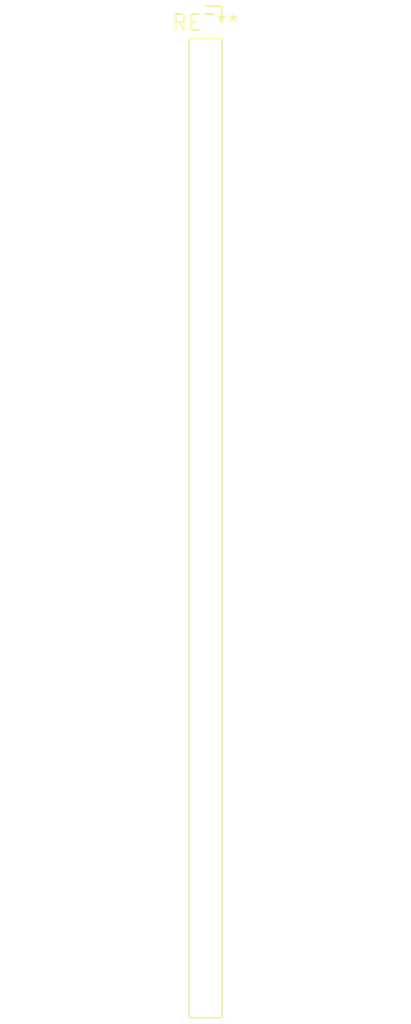
<source format=kicad_pcb>
(kicad_pcb (version 20240108) (generator pcbnew)
  (layers (0 "F.Cu" signal) (31 "B.Cu" signal) (34 "B.Paste" user) (35 "F.Paste" user) (36 "B.SilkS" user "B.Silkscreen") (37 "F.SilkS" user "F.Silkscreen") (38 "B.Mask" user) (39 "F.Mask" user) (44 "Edge.Cuts" user))
  (net 0 "")
  (footprint "PinSocket_1x32_P2.54mm_Vertical" (layer "F.Cu") (at 0 0)
    (property "Reference" "REF**")
    (property "Value" "PinSocket_1x32_P2.54mm_Vertical")
    (fp_line (start -1.33 1.27) (end -1.33 80.07) (layer "F.SilkS") (stroke (width 0.12)))
    (fp_line (start -1.33 1.27) (end 1.33 1.27) (layer "F.SilkS") (stroke (width 0.12)))
    (fp_line (start -1.33 80.07) (end 1.33 80.07) (layer "F.SilkS") (stroke (width 0.12)))
    (fp_line (start 0 -1.33) (end 1.33 -1.33) (layer "F.SilkS") (stroke (width 0.12)))
    (fp_line (start 1.33 -1.33) (end 1.33 0) (layer "F.SilkS") (stroke (width 0.12)))
    (fp_line (start 1.33 1.27) (end 1.33 80.07) (layer "F.SilkS") (stroke (width 0.12)))
    (pad "1" thru_hole rect (at 0 0) (size 1.7 1.7) (drill 1) (layers *.Cu *.Mask) (remove_unused_layers))
    (pad "2" thru_hole oval (at 0 2.54) (size 1.7 1.7) (drill 1) (layers *.Cu *.Mask) (remove_unused_layers))
    (pad "3" thru_hole oval (at 0 5.08) (size 1.7 1.7) (drill 1) (layers *.Cu *.Mask) (remove_unused_layers))
    (pad "4" thru_hole oval (at 0 7.62) (size 1.7 1.7) (drill 1) (layers *.Cu *.Mask) (remove_unused_layers))
    (pad "5" thru_hole oval (at 0 10.16) (size 1.7 1.7) (drill 1) (layers *.Cu *.Mask) (remove_unused_layers))
    (pad "6" thru_hole oval (at 0 12.7) (size 1.7 1.7) (drill 1) (layers *.Cu *.Mask) (remove_unused_layers))
    (pad "7" thru_hole oval (at 0 15.24) (size 1.7 1.7) (drill 1) (layers *.Cu *.Mask) (remove_unused_layers))
    (pad "8" thru_hole oval (at 0 17.78) (size 1.7 1.7) (drill 1) (layers *.Cu *.Mask) (remove_unused_layers))
    (pad "9" thru_hole oval (at 0 20.32) (size 1.7 1.7) (drill 1) (layers *.Cu *.Mask) (remove_unused_layers))
    (pad "10" thru_hole oval (at 0 22.86) (size 1.7 1.7) (drill 1) (layers *.Cu *.Mask) (remove_unused_layers))
    (pad "11" thru_hole oval (at 0 25.4) (size 1.7 1.7) (drill 1) (layers *.Cu *.Mask) (remove_unused_layers))
    (pad "12" thru_hole oval (at 0 27.94) (size 1.7 1.7) (drill 1) (layers *.Cu *.Mask) (remove_unused_layers))
    (pad "13" thru_hole oval (at 0 30.48) (size 1.7 1.7) (drill 1) (layers *.Cu *.Mask) (remove_unused_layers))
    (pad "14" thru_hole oval (at 0 33.02) (size 1.7 1.7) (drill 1) (layers *.Cu *.Mask) (remove_unused_layers))
    (pad "15" thru_hole oval (at 0 35.56) (size 1.7 1.7) (drill 1) (layers *.Cu *.Mask) (remove_unused_layers))
    (pad "16" thru_hole oval (at 0 38.1) (size 1.7 1.7) (drill 1) (layers *.Cu *.Mask) (remove_unused_layers))
    (pad "17" thru_hole oval (at 0 40.64) (size 1.7 1.7) (drill 1) (layers *.Cu *.Mask) (remove_unused_layers))
    (pad "18" thru_hole oval (at 0 43.18) (size 1.7 1.7) (drill 1) (layers *.Cu *.Mask) (remove_unused_layers))
    (pad "19" thru_hole oval (at 0 45.72) (size 1.7 1.7) (drill 1) (layers *.Cu *.Mask) (remove_unused_layers))
    (pad "20" thru_hole oval (at 0 48.26) (size 1.7 1.7) (drill 1) (layers *.Cu *.Mask) (remove_unused_layers))
    (pad "21" thru_hole oval (at 0 50.8) (size 1.7 1.7) (drill 1) (layers *.Cu *.Mask) (remove_unused_layers))
    (pad "22" thru_hole oval (at 0 53.34) (size 1.7 1.7) (drill 1) (layers *.Cu *.Mask) (remove_unused_layers))
    (pad "23" thru_hole oval (at 0 55.88) (size 1.7 1.7) (drill 1) (layers *.Cu *.Mask) (remove_unused_layers))
    (pad "24" thru_hole oval (at 0 58.42) (size 1.7 1.7) (drill 1) (layers *.Cu *.Mask) (remove_unused_layers))
    (pad "25" thru_hole oval (at 0 60.96) (size 1.7 1.7) (drill 1) (layers *.Cu *.Mask) (remove_unused_layers))
    (pad "26" thru_hole oval (at 0 63.5) (size 1.7 1.7) (drill 1) (layers *.Cu *.Mask) (remove_unused_layers))
    (pad "27" thru_hole oval (at 0 66.04) (size 1.7 1.7) (drill 1) (layers *.Cu *.Mask) (remove_unused_layers))
    (pad "28" thru_hole oval (at 0 68.58) (size 1.7 1.7) (drill 1) (layers *.Cu *.Mask) (remove_unused_layers))
    (pad "29" thru_hole oval (at 0 71.12) (size 1.7 1.7) (drill 1) (layers *.Cu *.Mask) (remove_unused_layers))
    (pad "30" thru_hole oval (at 0 73.66) (size 1.7 1.7) (drill 1) (layers *.Cu *.Mask) (remove_unused_layers))
    (pad "31" thru_hole oval (at 0 76.2) (size 1.7 1.7) (drill 1) (layers *.Cu *.Mask) (remove_unused_layers))
    (pad "32" thru_hole oval (at 0 78.74) (size 1.7 1.7) (drill 1) (layers *.Cu *.Mask) (remove_unused_layers))
  )
)
</source>
